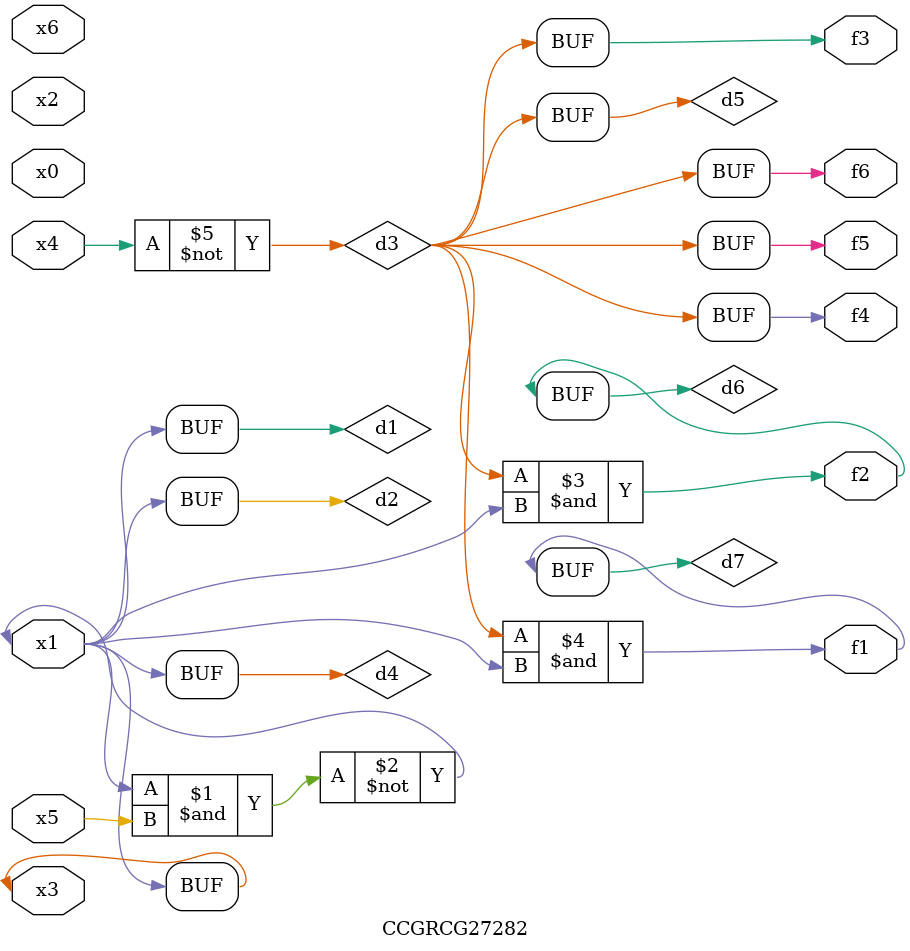
<source format=v>
module CCGRCG27282(
	input x0, x1, x2, x3, x4, x5, x6,
	output f1, f2, f3, f4, f5, f6
);

	wire d1, d2, d3, d4, d5, d6, d7;

	buf (d1, x1, x3);
	nand (d2, x1, x5);
	not (d3, x4);
	buf (d4, d1, d2);
	buf (d5, d3);
	and (d6, d3, d4);
	and (d7, d3, d4);
	assign f1 = d7;
	assign f2 = d6;
	assign f3 = d5;
	assign f4 = d5;
	assign f5 = d5;
	assign f6 = d5;
endmodule

</source>
